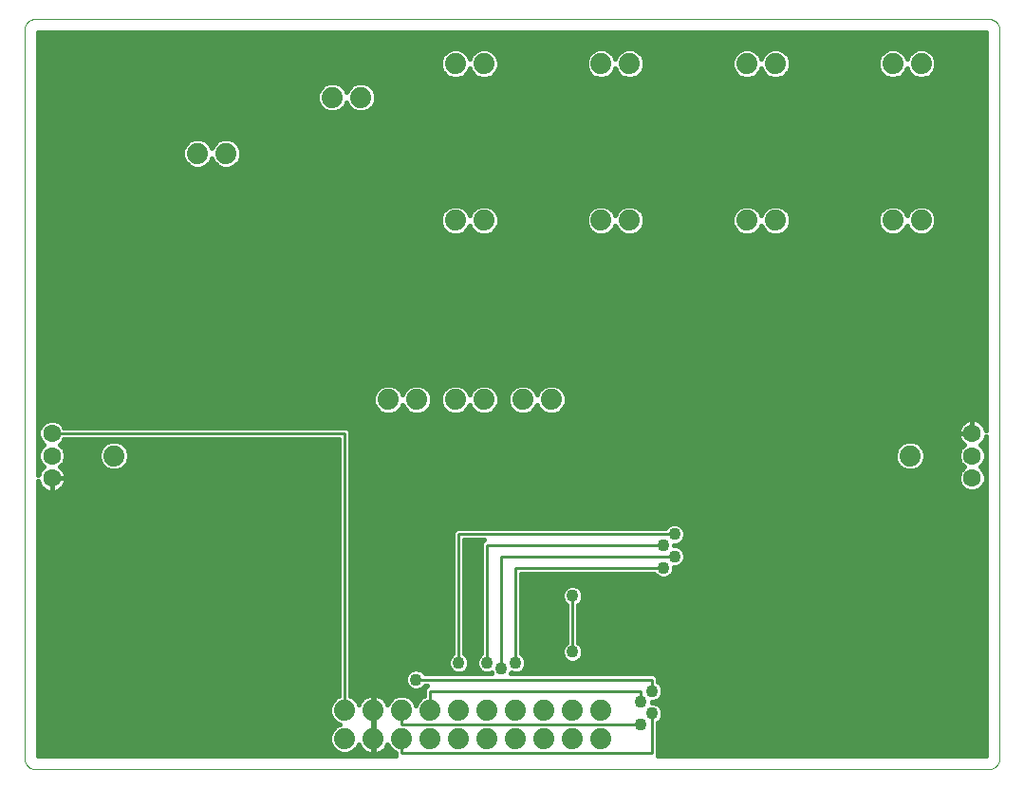
<source format=gbl>
G75*
%MOIN*%
%OFA0B0*%
%FSLAX25Y25*%
%IPPOS*%
%LPD*%
%AMOC8*
5,1,8,0,0,1.08239X$1,22.5*
%
%ADD10C,0.00000*%
%ADD11C,0.07400*%
%ADD12C,0.06299*%
%ADD13C,0.01600*%
%ADD14C,0.04356*%
%ADD15C,0.01000*%
D10*
X0005737Y0001800D02*
X0340383Y0001800D01*
X0340507Y0001802D01*
X0340630Y0001808D01*
X0340754Y0001817D01*
X0340876Y0001831D01*
X0340999Y0001848D01*
X0341121Y0001870D01*
X0341242Y0001895D01*
X0341362Y0001924D01*
X0341481Y0001956D01*
X0341600Y0001993D01*
X0341717Y0002033D01*
X0341832Y0002076D01*
X0341947Y0002124D01*
X0342059Y0002175D01*
X0342170Y0002229D01*
X0342280Y0002287D01*
X0342387Y0002348D01*
X0342493Y0002413D01*
X0342596Y0002481D01*
X0342697Y0002552D01*
X0342796Y0002626D01*
X0342893Y0002703D01*
X0342987Y0002784D01*
X0343078Y0002867D01*
X0343167Y0002953D01*
X0343253Y0003042D01*
X0343336Y0003133D01*
X0343417Y0003227D01*
X0343494Y0003324D01*
X0343568Y0003423D01*
X0343639Y0003524D01*
X0343707Y0003627D01*
X0343772Y0003733D01*
X0343833Y0003840D01*
X0343891Y0003950D01*
X0343945Y0004061D01*
X0343996Y0004173D01*
X0344044Y0004288D01*
X0344087Y0004403D01*
X0344127Y0004520D01*
X0344164Y0004639D01*
X0344196Y0004758D01*
X0344225Y0004878D01*
X0344250Y0004999D01*
X0344272Y0005121D01*
X0344289Y0005244D01*
X0344303Y0005366D01*
X0344312Y0005490D01*
X0344318Y0005613D01*
X0344320Y0005737D01*
X0344320Y0261643D01*
X0344318Y0261767D01*
X0344312Y0261890D01*
X0344303Y0262014D01*
X0344289Y0262136D01*
X0344272Y0262259D01*
X0344250Y0262381D01*
X0344225Y0262502D01*
X0344196Y0262622D01*
X0344164Y0262741D01*
X0344127Y0262860D01*
X0344087Y0262977D01*
X0344044Y0263092D01*
X0343996Y0263207D01*
X0343945Y0263319D01*
X0343891Y0263430D01*
X0343833Y0263540D01*
X0343772Y0263647D01*
X0343707Y0263753D01*
X0343639Y0263856D01*
X0343568Y0263957D01*
X0343494Y0264056D01*
X0343417Y0264153D01*
X0343336Y0264247D01*
X0343253Y0264338D01*
X0343167Y0264427D01*
X0343078Y0264513D01*
X0342987Y0264596D01*
X0342893Y0264677D01*
X0342796Y0264754D01*
X0342697Y0264828D01*
X0342596Y0264899D01*
X0342493Y0264967D01*
X0342387Y0265032D01*
X0342280Y0265093D01*
X0342170Y0265151D01*
X0342059Y0265205D01*
X0341947Y0265256D01*
X0341832Y0265304D01*
X0341717Y0265347D01*
X0341600Y0265387D01*
X0341481Y0265424D01*
X0341362Y0265456D01*
X0341242Y0265485D01*
X0341121Y0265510D01*
X0340999Y0265532D01*
X0340876Y0265549D01*
X0340754Y0265563D01*
X0340630Y0265572D01*
X0340507Y0265578D01*
X0340383Y0265580D01*
X0005737Y0265580D01*
X0005613Y0265578D01*
X0005490Y0265572D01*
X0005366Y0265563D01*
X0005244Y0265549D01*
X0005121Y0265532D01*
X0004999Y0265510D01*
X0004878Y0265485D01*
X0004758Y0265456D01*
X0004639Y0265424D01*
X0004520Y0265387D01*
X0004403Y0265347D01*
X0004288Y0265304D01*
X0004173Y0265256D01*
X0004061Y0265205D01*
X0003950Y0265151D01*
X0003840Y0265093D01*
X0003733Y0265032D01*
X0003627Y0264967D01*
X0003524Y0264899D01*
X0003423Y0264828D01*
X0003324Y0264754D01*
X0003227Y0264677D01*
X0003133Y0264596D01*
X0003042Y0264513D01*
X0002953Y0264427D01*
X0002867Y0264338D01*
X0002784Y0264247D01*
X0002703Y0264153D01*
X0002626Y0264056D01*
X0002552Y0263957D01*
X0002481Y0263856D01*
X0002413Y0263753D01*
X0002348Y0263647D01*
X0002287Y0263540D01*
X0002229Y0263430D01*
X0002175Y0263319D01*
X0002124Y0263207D01*
X0002076Y0263092D01*
X0002033Y0262977D01*
X0001993Y0262860D01*
X0001956Y0262741D01*
X0001924Y0262622D01*
X0001895Y0262502D01*
X0001870Y0262381D01*
X0001848Y0262259D01*
X0001831Y0262136D01*
X0001817Y0262014D01*
X0001808Y0261890D01*
X0001802Y0261767D01*
X0001800Y0261643D01*
X0001800Y0005737D01*
X0001802Y0005613D01*
X0001808Y0005490D01*
X0001817Y0005366D01*
X0001831Y0005244D01*
X0001848Y0005121D01*
X0001870Y0004999D01*
X0001895Y0004878D01*
X0001924Y0004758D01*
X0001956Y0004639D01*
X0001993Y0004520D01*
X0002033Y0004403D01*
X0002076Y0004288D01*
X0002124Y0004173D01*
X0002175Y0004061D01*
X0002229Y0003950D01*
X0002287Y0003840D01*
X0002348Y0003733D01*
X0002413Y0003627D01*
X0002481Y0003524D01*
X0002552Y0003423D01*
X0002626Y0003324D01*
X0002703Y0003227D01*
X0002784Y0003133D01*
X0002867Y0003042D01*
X0002953Y0002953D01*
X0003042Y0002867D01*
X0003133Y0002784D01*
X0003227Y0002703D01*
X0003324Y0002626D01*
X0003423Y0002552D01*
X0003524Y0002481D01*
X0003627Y0002413D01*
X0003733Y0002348D01*
X0003840Y0002287D01*
X0003950Y0002229D01*
X0004061Y0002175D01*
X0004173Y0002124D01*
X0004288Y0002076D01*
X0004403Y0002033D01*
X0004520Y0001993D01*
X0004639Y0001956D01*
X0004758Y0001924D01*
X0004878Y0001895D01*
X0004999Y0001870D01*
X0005121Y0001848D01*
X0005244Y0001831D01*
X0005366Y0001817D01*
X0005490Y0001808D01*
X0005613Y0001802D01*
X0005737Y0001800D01*
D11*
X0114280Y0012548D03*
X0124280Y0012548D03*
X0134280Y0012548D03*
X0144280Y0012548D03*
X0154280Y0012548D03*
X0164280Y0012548D03*
X0174280Y0012548D03*
X0184280Y0012548D03*
X0194280Y0012548D03*
X0204280Y0012548D03*
X0204280Y0022548D03*
X0194280Y0022548D03*
X0184280Y0022548D03*
X0174280Y0022548D03*
X0164280Y0022548D03*
X0154280Y0022548D03*
X0144280Y0022548D03*
X0134280Y0022548D03*
X0124280Y0022548D03*
X0114280Y0022548D03*
X0033296Y0112036D03*
X0129595Y0131721D03*
X0139595Y0131721D03*
X0153217Y0131721D03*
X0163217Y0131721D03*
X0176839Y0131721D03*
X0186839Y0131721D03*
X0204398Y0194713D03*
X0214398Y0194713D03*
X0255580Y0194713D03*
X0265580Y0194713D03*
X0306761Y0194713D03*
X0316761Y0194713D03*
X0316761Y0249831D03*
X0306761Y0249831D03*
X0265580Y0249831D03*
X0255580Y0249831D03*
X0214398Y0249831D03*
X0204398Y0249831D03*
X0163217Y0249831D03*
X0153217Y0249831D03*
X0119910Y0238020D03*
X0109910Y0238020D03*
X0072666Y0218335D03*
X0062666Y0218335D03*
X0153217Y0194713D03*
X0163217Y0194713D03*
X0312824Y0112036D03*
D12*
X0334674Y0112036D03*
X0334674Y0104162D03*
X0334674Y0119910D03*
X0011446Y0119910D03*
X0011446Y0112036D03*
X0011446Y0104162D03*
D13*
X0011446Y0104162D01*
X0016395Y0104162D01*
X0016395Y0103773D01*
X0016273Y0103003D01*
X0016033Y0102262D01*
X0015679Y0101568D01*
X0015221Y0100938D01*
X0014670Y0100387D01*
X0014040Y0099929D01*
X0013346Y0099575D01*
X0012605Y0099334D01*
X0011835Y0099213D01*
X0011446Y0099213D01*
X0011446Y0104162D01*
X0011446Y0104162D01*
X0016395Y0104162D01*
X0016395Y0104552D01*
X0016273Y0105321D01*
X0016033Y0106062D01*
X0015679Y0106756D01*
X0015221Y0107387D01*
X0014670Y0107938D01*
X0014319Y0108193D01*
X0015472Y0109346D01*
X0016195Y0111091D01*
X0016195Y0112981D01*
X0015472Y0114727D01*
X0014226Y0115973D01*
X0015472Y0117220D01*
X0015717Y0117810D01*
X0112180Y0117810D01*
X0112180Y0027415D01*
X0111278Y0027041D01*
X0109787Y0025550D01*
X0108980Y0023602D01*
X0108980Y0021494D01*
X0109787Y0019546D01*
X0111278Y0018055D01*
X0112502Y0017548D01*
X0111278Y0017041D01*
X0109787Y0015550D01*
X0108980Y0013602D01*
X0108980Y0011494D01*
X0109787Y0009546D01*
X0111278Y0008055D01*
X0113226Y0007248D01*
X0115335Y0007248D01*
X0117283Y0008055D01*
X0118773Y0009546D01*
X0119165Y0010492D01*
X0119183Y0010437D01*
X0119576Y0009665D01*
X0120085Y0008965D01*
X0120697Y0008353D01*
X0121398Y0007844D01*
X0122169Y0007451D01*
X0122992Y0007183D01*
X0123847Y0007048D01*
X0124080Y0007048D01*
X0124080Y0012348D01*
X0124480Y0012348D01*
X0124480Y0007048D01*
X0124713Y0007048D01*
X0125568Y0007183D01*
X0126392Y0007451D01*
X0127163Y0007844D01*
X0127863Y0008353D01*
X0128475Y0008965D01*
X0128984Y0009665D01*
X0129377Y0010437D01*
X0129395Y0010492D01*
X0129787Y0009546D01*
X0131278Y0008055D01*
X0132180Y0007681D01*
X0132180Y0006678D01*
X0132259Y0006600D01*
X0006600Y0006600D01*
X0006600Y0103117D01*
X0006618Y0103003D01*
X0006859Y0102262D01*
X0007212Y0101568D01*
X0007670Y0100938D01*
X0008221Y0100387D01*
X0008852Y0099929D01*
X0009546Y0099575D01*
X0010287Y0099334D01*
X0011056Y0099213D01*
X0011446Y0099213D01*
X0011446Y0104162D01*
X0011446Y0104105D02*
X0011446Y0104105D01*
X0011446Y0102506D02*
X0011446Y0102506D01*
X0011446Y0100908D02*
X0011446Y0100908D01*
X0011446Y0099309D02*
X0011446Y0099309D01*
X0012445Y0099309D02*
X0112180Y0099309D01*
X0112180Y0097711D02*
X0006600Y0097711D01*
X0006600Y0099309D02*
X0010446Y0099309D01*
X0007700Y0100908D02*
X0006600Y0100908D01*
X0006600Y0102506D02*
X0006779Y0102506D01*
X0006600Y0105208D02*
X0006600Y0260780D01*
X0339520Y0260780D01*
X0339520Y0120956D01*
X0339502Y0121069D01*
X0339261Y0121810D01*
X0338907Y0122504D01*
X0338449Y0123135D01*
X0337898Y0123686D01*
X0337268Y0124144D01*
X0336574Y0124497D01*
X0335833Y0124738D01*
X0335064Y0124860D01*
X0334674Y0124860D01*
X0334284Y0124860D01*
X0333515Y0124738D01*
X0332774Y0124497D01*
X0332080Y0124144D01*
X0331450Y0123686D01*
X0330899Y0123135D01*
X0330441Y0122504D01*
X0330087Y0121810D01*
X0329846Y0121069D01*
X0329724Y0120300D01*
X0329724Y0119910D01*
X0329724Y0119521D01*
X0329846Y0118751D01*
X0330087Y0118010D01*
X0330441Y0117316D01*
X0330899Y0116686D01*
X0331450Y0116135D01*
X0331801Y0115880D01*
X0330647Y0114727D01*
X0329924Y0112981D01*
X0329924Y0111091D01*
X0330647Y0109346D01*
X0331894Y0108099D01*
X0330647Y0106853D01*
X0329924Y0105107D01*
X0329924Y0103217D01*
X0330647Y0101472D01*
X0331984Y0100136D01*
X0333729Y0099413D01*
X0335619Y0099413D01*
X0337364Y0100136D01*
X0338701Y0101472D01*
X0339424Y0103217D01*
X0339424Y0105107D01*
X0338701Y0106853D01*
X0337454Y0108099D01*
X0338701Y0109346D01*
X0339424Y0111091D01*
X0339424Y0112981D01*
X0338701Y0114727D01*
X0337547Y0115880D01*
X0337898Y0116135D01*
X0338449Y0116686D01*
X0338907Y0117316D01*
X0339261Y0118010D01*
X0339502Y0118751D01*
X0339520Y0118865D01*
X0339520Y0006600D01*
X0224294Y0006600D01*
X0224372Y0006678D01*
X0224372Y0018266D01*
X0224412Y0018282D01*
X0225475Y0019345D01*
X0226050Y0020734D01*
X0226050Y0022237D01*
X0225475Y0023625D01*
X0224412Y0024688D01*
X0223024Y0025263D01*
X0222113Y0025263D01*
X0222113Y0025581D01*
X0223024Y0025581D01*
X0224412Y0026156D01*
X0225475Y0027219D01*
X0226050Y0028608D01*
X0226050Y0030111D01*
X0225475Y0031499D01*
X0224412Y0032562D01*
X0224372Y0032578D01*
X0224372Y0034166D01*
X0223142Y0035396D01*
X0172609Y0035396D01*
X0172753Y0035745D01*
X0173529Y0035424D01*
X0175032Y0035424D01*
X0176420Y0035999D01*
X0177483Y0037062D01*
X0178058Y0038450D01*
X0178058Y0039953D01*
X0177483Y0041342D01*
X0176420Y0042404D01*
X0176380Y0042421D01*
X0176380Y0070566D01*
X0222990Y0070566D01*
X0223007Y0070526D01*
X0224069Y0069463D01*
X0225458Y0068888D01*
X0226961Y0068888D01*
X0228349Y0069463D01*
X0229412Y0070526D01*
X0229987Y0071915D01*
X0229987Y0072825D01*
X0230898Y0072825D01*
X0232286Y0073400D01*
X0233349Y0074463D01*
X0233924Y0075852D01*
X0233924Y0077355D01*
X0233349Y0078743D01*
X0232286Y0079806D01*
X0230898Y0080381D01*
X0229987Y0080381D01*
X0229987Y0080699D01*
X0230898Y0080699D01*
X0232286Y0081274D01*
X0233349Y0082337D01*
X0233924Y0083726D01*
X0233924Y0085229D01*
X0233349Y0086617D01*
X0232286Y0087680D01*
X0230898Y0088255D01*
X0229395Y0088255D01*
X0228006Y0087680D01*
X0226944Y0086617D01*
X0226927Y0086577D01*
X0153410Y0086577D01*
X0152180Y0085347D01*
X0152180Y0042421D01*
X0152140Y0042404D01*
X0151078Y0041342D01*
X0150502Y0039953D01*
X0150502Y0038450D01*
X0151078Y0037062D01*
X0152140Y0035999D01*
X0153529Y0035424D01*
X0155032Y0035424D01*
X0156420Y0035999D01*
X0157483Y0037062D01*
X0158058Y0038450D01*
X0158058Y0039953D01*
X0157483Y0041342D01*
X0156420Y0042404D01*
X0156380Y0042421D01*
X0156380Y0082377D01*
X0163147Y0082377D01*
X0162180Y0081410D01*
X0162180Y0042421D01*
X0162140Y0042404D01*
X0161078Y0041342D01*
X0160502Y0039953D01*
X0160502Y0038450D01*
X0161078Y0037062D01*
X0162140Y0035999D01*
X0163529Y0035424D01*
X0165032Y0035424D01*
X0165807Y0035745D01*
X0165952Y0035396D01*
X0142500Y0035396D01*
X0142483Y0035436D01*
X0141420Y0036499D01*
X0140032Y0037074D01*
X0138529Y0037074D01*
X0137140Y0036499D01*
X0136078Y0035436D01*
X0135502Y0034048D01*
X0135502Y0032545D01*
X0136078Y0031156D01*
X0137140Y0030093D01*
X0138529Y0029518D01*
X0140032Y0029518D01*
X0141420Y0030093D01*
X0142483Y0031156D01*
X0142500Y0031196D01*
X0143147Y0031196D01*
X0142180Y0030229D01*
X0142180Y0027415D01*
X0141278Y0027041D01*
X0139787Y0025550D01*
X0139280Y0024326D01*
X0138773Y0025550D01*
X0137283Y0027041D01*
X0135335Y0027848D01*
X0133226Y0027848D01*
X0131278Y0027041D01*
X0129787Y0025550D01*
X0129395Y0024604D01*
X0129377Y0024659D01*
X0128984Y0025431D01*
X0128475Y0026131D01*
X0127863Y0026743D01*
X0127163Y0027252D01*
X0126392Y0027645D01*
X0125568Y0027913D01*
X0124713Y0028048D01*
X0124480Y0028048D01*
X0124480Y0022748D01*
X0124080Y0022748D01*
X0124080Y0028048D01*
X0123847Y0028048D01*
X0122992Y0027913D01*
X0122169Y0027645D01*
X0121398Y0027252D01*
X0120697Y0026743D01*
X0120085Y0026131D01*
X0119576Y0025431D01*
X0119183Y0024659D01*
X0119165Y0024604D01*
X0118773Y0025550D01*
X0117283Y0027041D01*
X0116380Y0027415D01*
X0116380Y0120780D01*
X0115150Y0122010D01*
X0015717Y0122010D01*
X0015472Y0122601D01*
X0014136Y0123937D01*
X0012390Y0124660D01*
X0010501Y0124660D01*
X0008755Y0123937D01*
X0007419Y0122601D01*
X0006696Y0120855D01*
X0006696Y0118965D01*
X0007419Y0117220D01*
X0008666Y0115973D01*
X0007419Y0114727D01*
X0006696Y0112981D01*
X0006696Y0111091D01*
X0007419Y0109346D01*
X0008572Y0108193D01*
X0008221Y0107938D01*
X0007670Y0107387D01*
X0007212Y0106756D01*
X0006859Y0106062D01*
X0006618Y0105321D01*
X0006600Y0105208D01*
X0006600Y0105703D02*
X0006742Y0105703D01*
X0006600Y0107302D02*
X0007609Y0107302D01*
X0007865Y0108900D02*
X0006600Y0108900D01*
X0006600Y0110499D02*
X0006942Y0110499D01*
X0006696Y0112097D02*
X0006600Y0112097D01*
X0006600Y0113696D02*
X0006992Y0113696D01*
X0006600Y0115294D02*
X0007987Y0115294D01*
X0007746Y0116893D02*
X0006600Y0116893D01*
X0006600Y0118491D02*
X0006892Y0118491D01*
X0006696Y0120090D02*
X0006600Y0120090D01*
X0006600Y0121688D02*
X0007041Y0121688D01*
X0006600Y0123287D02*
X0008105Y0123287D01*
X0006600Y0124885D02*
X0339520Y0124885D01*
X0339520Y0123287D02*
X0338297Y0123287D01*
X0339301Y0121688D02*
X0339520Y0121688D01*
X0339520Y0118491D02*
X0339417Y0118491D01*
X0339520Y0116893D02*
X0338600Y0116893D01*
X0338133Y0115294D02*
X0339520Y0115294D01*
X0339520Y0113696D02*
X0339128Y0113696D01*
X0339424Y0112097D02*
X0339520Y0112097D01*
X0339520Y0110499D02*
X0339178Y0110499D01*
X0339520Y0108900D02*
X0338255Y0108900D01*
X0338251Y0107302D02*
X0339520Y0107302D01*
X0339520Y0105703D02*
X0339177Y0105703D01*
X0339424Y0104105D02*
X0339520Y0104105D01*
X0339520Y0102506D02*
X0339129Y0102506D01*
X0339520Y0100908D02*
X0338136Y0100908D01*
X0339520Y0099309D02*
X0116380Y0099309D01*
X0116380Y0097711D02*
X0339520Y0097711D01*
X0339520Y0096112D02*
X0116380Y0096112D01*
X0116380Y0094514D02*
X0339520Y0094514D01*
X0339520Y0092915D02*
X0116380Y0092915D01*
X0116380Y0091317D02*
X0339520Y0091317D01*
X0339520Y0089718D02*
X0116380Y0089718D01*
X0116380Y0088120D02*
X0229068Y0088120D01*
X0231225Y0088120D02*
X0339520Y0088120D01*
X0339520Y0086521D02*
X0233389Y0086521D01*
X0233924Y0084923D02*
X0339520Y0084923D01*
X0339520Y0083324D02*
X0233758Y0083324D01*
X0232738Y0081726D02*
X0339520Y0081726D01*
X0339520Y0080127D02*
X0231511Y0080127D01*
X0233438Y0078529D02*
X0339520Y0078529D01*
X0339520Y0076930D02*
X0233924Y0076930D01*
X0233709Y0075332D02*
X0339520Y0075332D01*
X0339520Y0073733D02*
X0232619Y0073733D01*
X0229987Y0072134D02*
X0339520Y0072134D01*
X0339520Y0070536D02*
X0229416Y0070536D01*
X0227080Y0068937D02*
X0339520Y0068937D01*
X0339520Y0067339D02*
X0176380Y0067339D01*
X0176380Y0068937D02*
X0225339Y0068937D01*
X0223003Y0070536D02*
X0176380Y0070536D01*
X0176380Y0065740D02*
X0191854Y0065740D01*
X0192140Y0066026D02*
X0191078Y0064964D01*
X0190502Y0063575D01*
X0190502Y0062072D01*
X0191078Y0060684D01*
X0192140Y0059621D01*
X0192180Y0059604D01*
X0192180Y0046358D01*
X0192140Y0046341D01*
X0191078Y0045279D01*
X0190502Y0043890D01*
X0190502Y0042387D01*
X0191078Y0040999D01*
X0192140Y0039936D01*
X0193529Y0039361D01*
X0195032Y0039361D01*
X0196420Y0039936D01*
X0197483Y0040999D01*
X0198058Y0042387D01*
X0198058Y0043890D01*
X0197483Y0045279D01*
X0196420Y0046341D01*
X0196380Y0046358D01*
X0196380Y0059604D01*
X0196420Y0059621D01*
X0197483Y0060684D01*
X0198058Y0062072D01*
X0198058Y0063575D01*
X0197483Y0064964D01*
X0196420Y0066026D01*
X0195032Y0066602D01*
X0193529Y0066602D01*
X0192140Y0066026D01*
X0190737Y0064142D02*
X0176380Y0064142D01*
X0176380Y0062543D02*
X0190502Y0062543D01*
X0190969Y0060945D02*
X0176380Y0060945D01*
X0176380Y0059346D02*
X0192180Y0059346D01*
X0192180Y0057748D02*
X0176380Y0057748D01*
X0176380Y0056149D02*
X0192180Y0056149D01*
X0192180Y0054551D02*
X0176380Y0054551D01*
X0176380Y0052952D02*
X0192180Y0052952D01*
X0192180Y0051354D02*
X0176380Y0051354D01*
X0176380Y0049755D02*
X0192180Y0049755D01*
X0192180Y0048157D02*
X0176380Y0048157D01*
X0176380Y0046558D02*
X0192180Y0046558D01*
X0190945Y0044960D02*
X0176380Y0044960D01*
X0176380Y0043361D02*
X0190502Y0043361D01*
X0190761Y0041763D02*
X0177062Y0041763D01*
X0177971Y0040164D02*
X0191912Y0040164D01*
X0196649Y0040164D02*
X0339520Y0040164D01*
X0339520Y0038566D02*
X0178058Y0038566D01*
X0177389Y0036967D02*
X0339520Y0036967D01*
X0339520Y0035369D02*
X0223170Y0035369D01*
X0224372Y0033770D02*
X0339520Y0033770D01*
X0339520Y0032172D02*
X0224803Y0032172D01*
X0225859Y0030573D02*
X0339520Y0030573D01*
X0339520Y0028975D02*
X0226050Y0028975D01*
X0225540Y0027376D02*
X0339520Y0027376D01*
X0339520Y0025778D02*
X0223498Y0025778D01*
X0224921Y0024179D02*
X0339520Y0024179D01*
X0339520Y0022581D02*
X0225908Y0022581D01*
X0226050Y0020982D02*
X0339520Y0020982D01*
X0339520Y0019384D02*
X0225491Y0019384D01*
X0224372Y0017785D02*
X0339520Y0017785D01*
X0339520Y0016187D02*
X0224372Y0016187D01*
X0224372Y0014588D02*
X0339520Y0014588D01*
X0339520Y0012990D02*
X0224372Y0012990D01*
X0224372Y0011391D02*
X0339520Y0011391D01*
X0339520Y0009793D02*
X0224372Y0009793D01*
X0224372Y0008194D02*
X0339520Y0008194D01*
X0339520Y0041763D02*
X0197800Y0041763D01*
X0198058Y0043361D02*
X0339520Y0043361D01*
X0339520Y0044960D02*
X0197615Y0044960D01*
X0196380Y0046558D02*
X0339520Y0046558D01*
X0339520Y0048157D02*
X0196380Y0048157D01*
X0196380Y0049755D02*
X0339520Y0049755D01*
X0339520Y0051354D02*
X0196380Y0051354D01*
X0196380Y0052952D02*
X0339520Y0052952D01*
X0339520Y0054551D02*
X0196380Y0054551D01*
X0196380Y0056149D02*
X0339520Y0056149D01*
X0339520Y0057748D02*
X0196380Y0057748D01*
X0196380Y0059346D02*
X0339520Y0059346D01*
X0339520Y0060945D02*
X0197591Y0060945D01*
X0198058Y0062543D02*
X0339520Y0062543D01*
X0339520Y0064142D02*
X0197823Y0064142D01*
X0196706Y0065740D02*
X0339520Y0065740D01*
X0331212Y0100908D02*
X0116380Y0100908D01*
X0116380Y0102506D02*
X0330219Y0102506D01*
X0329924Y0104105D02*
X0116380Y0104105D01*
X0116380Y0105703D02*
X0330171Y0105703D01*
X0331097Y0107302D02*
X0315243Y0107302D01*
X0315826Y0107543D02*
X0317317Y0109034D01*
X0318124Y0110982D01*
X0318124Y0113090D01*
X0317317Y0115038D01*
X0315826Y0116529D01*
X0313878Y0117336D01*
X0311769Y0117336D01*
X0309821Y0116529D01*
X0308330Y0115038D01*
X0307524Y0113090D01*
X0307524Y0110982D01*
X0308330Y0109034D01*
X0309821Y0107543D01*
X0311769Y0106736D01*
X0313878Y0106736D01*
X0315826Y0107543D01*
X0317183Y0108900D02*
X0331093Y0108900D01*
X0330170Y0110499D02*
X0317923Y0110499D01*
X0318124Y0112097D02*
X0329924Y0112097D01*
X0330220Y0113696D02*
X0317873Y0113696D01*
X0317061Y0115294D02*
X0331215Y0115294D01*
X0330748Y0116893D02*
X0314948Y0116893D01*
X0310699Y0116893D02*
X0116380Y0116893D01*
X0116380Y0118491D02*
X0329931Y0118491D01*
X0329724Y0119910D02*
X0334674Y0119910D01*
X0334674Y0119910D01*
X0329724Y0119910D01*
X0329724Y0120090D02*
X0116380Y0120090D01*
X0115472Y0121688D02*
X0330047Y0121688D01*
X0331051Y0123287D02*
X0014786Y0123287D01*
X0015145Y0116893D02*
X0031171Y0116893D01*
X0030294Y0116529D02*
X0032242Y0117336D01*
X0034350Y0117336D01*
X0036298Y0116529D01*
X0037789Y0115038D01*
X0038596Y0113090D01*
X0038596Y0110982D01*
X0037789Y0109034D01*
X0036298Y0107543D01*
X0034350Y0106736D01*
X0032242Y0106736D01*
X0030294Y0107543D01*
X0028803Y0109034D01*
X0027996Y0110982D01*
X0027996Y0113090D01*
X0028803Y0115038D01*
X0030294Y0116529D01*
X0029059Y0115294D02*
X0014905Y0115294D01*
X0015899Y0113696D02*
X0028247Y0113696D01*
X0027996Y0112097D02*
X0016195Y0112097D01*
X0015950Y0110499D02*
X0028196Y0110499D01*
X0028937Y0108900D02*
X0015027Y0108900D01*
X0015283Y0107302D02*
X0030877Y0107302D01*
X0035716Y0107302D02*
X0112180Y0107302D01*
X0112180Y0108900D02*
X0037655Y0108900D01*
X0038396Y0110499D02*
X0112180Y0110499D01*
X0112180Y0112097D02*
X0038596Y0112097D01*
X0038345Y0113696D02*
X0112180Y0113696D01*
X0112180Y0115294D02*
X0037533Y0115294D01*
X0035421Y0116893D02*
X0112180Y0116893D01*
X0116380Y0115294D02*
X0308586Y0115294D01*
X0307774Y0113696D02*
X0116380Y0113696D01*
X0116380Y0112097D02*
X0307524Y0112097D01*
X0307724Y0110499D02*
X0116380Y0110499D01*
X0116380Y0108900D02*
X0308464Y0108900D01*
X0310404Y0107302D02*
X0116380Y0107302D01*
X0112180Y0105703D02*
X0016149Y0105703D01*
X0016395Y0104105D02*
X0112180Y0104105D01*
X0112180Y0102506D02*
X0016112Y0102506D01*
X0015191Y0100908D02*
X0112180Y0100908D01*
X0112180Y0096112D02*
X0006600Y0096112D01*
X0006600Y0094514D02*
X0112180Y0094514D01*
X0112180Y0092915D02*
X0006600Y0092915D01*
X0006600Y0091317D02*
X0112180Y0091317D01*
X0112180Y0089718D02*
X0006600Y0089718D01*
X0006600Y0088120D02*
X0112180Y0088120D01*
X0112180Y0086521D02*
X0006600Y0086521D01*
X0006600Y0084923D02*
X0112180Y0084923D01*
X0112180Y0083324D02*
X0006600Y0083324D01*
X0006600Y0081726D02*
X0112180Y0081726D01*
X0112180Y0080127D02*
X0006600Y0080127D01*
X0006600Y0078529D02*
X0112180Y0078529D01*
X0112180Y0076930D02*
X0006600Y0076930D01*
X0006600Y0075332D02*
X0112180Y0075332D01*
X0112180Y0073733D02*
X0006600Y0073733D01*
X0006600Y0072134D02*
X0112180Y0072134D01*
X0112180Y0070536D02*
X0006600Y0070536D01*
X0006600Y0068937D02*
X0112180Y0068937D01*
X0112180Y0067339D02*
X0006600Y0067339D01*
X0006600Y0065740D02*
X0112180Y0065740D01*
X0112180Y0064142D02*
X0006600Y0064142D01*
X0006600Y0062543D02*
X0112180Y0062543D01*
X0112180Y0060945D02*
X0006600Y0060945D01*
X0006600Y0059346D02*
X0112180Y0059346D01*
X0112180Y0057748D02*
X0006600Y0057748D01*
X0006600Y0056149D02*
X0112180Y0056149D01*
X0112180Y0054551D02*
X0006600Y0054551D01*
X0006600Y0052952D02*
X0112180Y0052952D01*
X0112180Y0051354D02*
X0006600Y0051354D01*
X0006600Y0049755D02*
X0112180Y0049755D01*
X0112180Y0048157D02*
X0006600Y0048157D01*
X0006600Y0046558D02*
X0112180Y0046558D01*
X0112180Y0044960D02*
X0006600Y0044960D01*
X0006600Y0043361D02*
X0112180Y0043361D01*
X0112180Y0041763D02*
X0006600Y0041763D01*
X0006600Y0040164D02*
X0112180Y0040164D01*
X0112180Y0038566D02*
X0006600Y0038566D01*
X0006600Y0036967D02*
X0112180Y0036967D01*
X0112180Y0035369D02*
X0006600Y0035369D01*
X0006600Y0033770D02*
X0112180Y0033770D01*
X0112180Y0032172D02*
X0006600Y0032172D01*
X0006600Y0030573D02*
X0112180Y0030573D01*
X0112180Y0028975D02*
X0006600Y0028975D01*
X0006600Y0027376D02*
X0112087Y0027376D01*
X0110015Y0025778D02*
X0006600Y0025778D01*
X0006600Y0024179D02*
X0109219Y0024179D01*
X0108980Y0022581D02*
X0006600Y0022581D01*
X0006600Y0020982D02*
X0109192Y0020982D01*
X0109949Y0019384D02*
X0006600Y0019384D01*
X0006600Y0017785D02*
X0111929Y0017785D01*
X0110424Y0016187D02*
X0006600Y0016187D01*
X0006600Y0014588D02*
X0109389Y0014588D01*
X0108980Y0012990D02*
X0006600Y0012990D01*
X0006600Y0011391D02*
X0109023Y0011391D01*
X0109685Y0009793D02*
X0006600Y0009793D01*
X0006600Y0008194D02*
X0111139Y0008194D01*
X0117422Y0008194D02*
X0120916Y0008194D01*
X0119511Y0009793D02*
X0118876Y0009793D01*
X0124080Y0009793D02*
X0124480Y0009793D01*
X0124480Y0011391D02*
X0124080Y0011391D01*
X0124080Y0012748D02*
X0124080Y0018048D01*
X0124080Y0022348D01*
X0124480Y0022348D01*
X0124480Y0012748D01*
X0124080Y0012748D01*
X0124080Y0012990D02*
X0124480Y0012990D01*
X0124480Y0014588D02*
X0124080Y0014588D01*
X0124080Y0016187D02*
X0124480Y0016187D01*
X0124480Y0017785D02*
X0124080Y0017785D01*
X0124080Y0019384D02*
X0124480Y0019384D01*
X0124480Y0020982D02*
X0124080Y0020982D01*
X0124080Y0024179D02*
X0124480Y0024179D01*
X0124480Y0025778D02*
X0124080Y0025778D01*
X0124080Y0027376D02*
X0124480Y0027376D01*
X0126919Y0027376D02*
X0132087Y0027376D01*
X0130015Y0025778D02*
X0128732Y0025778D01*
X0121641Y0027376D02*
X0116474Y0027376D01*
X0116380Y0028975D02*
X0142180Y0028975D01*
X0142087Y0027376D02*
X0136474Y0027376D01*
X0138546Y0025778D02*
X0140015Y0025778D01*
X0141900Y0030573D02*
X0142525Y0030573D01*
X0136660Y0030573D02*
X0116380Y0030573D01*
X0116380Y0032172D02*
X0135657Y0032172D01*
X0135502Y0033770D02*
X0116380Y0033770D01*
X0116380Y0035369D02*
X0136050Y0035369D01*
X0138271Y0036967D02*
X0116380Y0036967D01*
X0116380Y0038566D02*
X0150502Y0038566D01*
X0150590Y0040164D02*
X0116380Y0040164D01*
X0116380Y0041763D02*
X0151499Y0041763D01*
X0152180Y0043361D02*
X0116380Y0043361D01*
X0116380Y0044960D02*
X0152180Y0044960D01*
X0152180Y0046558D02*
X0116380Y0046558D01*
X0116380Y0048157D02*
X0152180Y0048157D01*
X0152180Y0049755D02*
X0116380Y0049755D01*
X0116380Y0051354D02*
X0152180Y0051354D01*
X0152180Y0052952D02*
X0116380Y0052952D01*
X0116380Y0054551D02*
X0152180Y0054551D01*
X0152180Y0056149D02*
X0116380Y0056149D01*
X0116380Y0057748D02*
X0152180Y0057748D01*
X0152180Y0059346D02*
X0116380Y0059346D01*
X0116380Y0060945D02*
X0152180Y0060945D01*
X0152180Y0062543D02*
X0116380Y0062543D01*
X0116380Y0064142D02*
X0152180Y0064142D01*
X0152180Y0065740D02*
X0116380Y0065740D01*
X0116380Y0067339D02*
X0152180Y0067339D01*
X0152180Y0068937D02*
X0116380Y0068937D01*
X0116380Y0070536D02*
X0152180Y0070536D01*
X0152180Y0072134D02*
X0116380Y0072134D01*
X0116380Y0073733D02*
X0152180Y0073733D01*
X0152180Y0075332D02*
X0116380Y0075332D01*
X0116380Y0076930D02*
X0152180Y0076930D01*
X0152180Y0078529D02*
X0116380Y0078529D01*
X0116380Y0080127D02*
X0152180Y0080127D01*
X0152180Y0081726D02*
X0116380Y0081726D01*
X0116380Y0083324D02*
X0152180Y0083324D01*
X0152180Y0084923D02*
X0116380Y0084923D01*
X0116380Y0086521D02*
X0153354Y0086521D01*
X0156380Y0081726D02*
X0162496Y0081726D01*
X0162180Y0080127D02*
X0156380Y0080127D01*
X0156380Y0078529D02*
X0162180Y0078529D01*
X0162180Y0076930D02*
X0156380Y0076930D01*
X0156380Y0075332D02*
X0162180Y0075332D01*
X0162180Y0073733D02*
X0156380Y0073733D01*
X0156380Y0072134D02*
X0162180Y0072134D01*
X0162180Y0070536D02*
X0156380Y0070536D01*
X0156380Y0068937D02*
X0162180Y0068937D01*
X0162180Y0067339D02*
X0156380Y0067339D01*
X0156380Y0065740D02*
X0162180Y0065740D01*
X0162180Y0064142D02*
X0156380Y0064142D01*
X0156380Y0062543D02*
X0162180Y0062543D01*
X0162180Y0060945D02*
X0156380Y0060945D01*
X0156380Y0059346D02*
X0162180Y0059346D01*
X0162180Y0057748D02*
X0156380Y0057748D01*
X0156380Y0056149D02*
X0162180Y0056149D01*
X0162180Y0054551D02*
X0156380Y0054551D01*
X0156380Y0052952D02*
X0162180Y0052952D01*
X0162180Y0051354D02*
X0156380Y0051354D01*
X0156380Y0049755D02*
X0162180Y0049755D01*
X0162180Y0048157D02*
X0156380Y0048157D01*
X0156380Y0046558D02*
X0162180Y0046558D01*
X0162180Y0044960D02*
X0156380Y0044960D01*
X0156380Y0043361D02*
X0162180Y0043361D01*
X0161499Y0041763D02*
X0157062Y0041763D01*
X0157971Y0040164D02*
X0160590Y0040164D01*
X0160502Y0038566D02*
X0158058Y0038566D01*
X0157389Y0036967D02*
X0161172Y0036967D01*
X0151172Y0036967D02*
X0140290Y0036967D01*
X0119828Y0025778D02*
X0118546Y0025778D01*
X0124080Y0008194D02*
X0124480Y0008194D01*
X0127645Y0008194D02*
X0131139Y0008194D01*
X0129685Y0009793D02*
X0129049Y0009793D01*
X0128541Y0126421D02*
X0126593Y0127228D01*
X0125102Y0128719D01*
X0124295Y0130667D01*
X0124295Y0132775D01*
X0125102Y0134723D01*
X0126593Y0136214D01*
X0128541Y0137021D01*
X0130650Y0137021D01*
X0132597Y0136214D01*
X0134088Y0134723D01*
X0134595Y0133500D01*
X0135102Y0134723D01*
X0136593Y0136214D01*
X0138541Y0137021D01*
X0140650Y0137021D01*
X0142597Y0136214D01*
X0144088Y0134723D01*
X0144895Y0132775D01*
X0144895Y0130667D01*
X0144088Y0128719D01*
X0142597Y0127228D01*
X0140650Y0126421D01*
X0138541Y0126421D01*
X0136593Y0127228D01*
X0135102Y0128719D01*
X0134595Y0129943D01*
X0134088Y0128719D01*
X0132597Y0127228D01*
X0130650Y0126421D01*
X0128541Y0126421D01*
X0128390Y0126484D02*
X0006600Y0126484D01*
X0006600Y0128082D02*
X0125739Y0128082D01*
X0124704Y0129681D02*
X0006600Y0129681D01*
X0006600Y0131279D02*
X0124295Y0131279D01*
X0124338Y0132878D02*
X0006600Y0132878D01*
X0006600Y0134476D02*
X0125000Y0134476D01*
X0126454Y0136075D02*
X0006600Y0136075D01*
X0006600Y0137673D02*
X0339520Y0137673D01*
X0339520Y0136075D02*
X0189981Y0136075D01*
X0189842Y0136214D02*
X0187894Y0137021D01*
X0185785Y0137021D01*
X0183837Y0136214D01*
X0182346Y0134723D01*
X0181839Y0133500D01*
X0181332Y0134723D01*
X0179842Y0136214D01*
X0177894Y0137021D01*
X0175785Y0137021D01*
X0173837Y0136214D01*
X0172346Y0134723D01*
X0171539Y0132775D01*
X0171539Y0130667D01*
X0172346Y0128719D01*
X0173837Y0127228D01*
X0175785Y0126421D01*
X0177894Y0126421D01*
X0179842Y0127228D01*
X0181332Y0128719D01*
X0181839Y0129943D01*
X0182346Y0128719D01*
X0183837Y0127228D01*
X0185785Y0126421D01*
X0187894Y0126421D01*
X0189842Y0127228D01*
X0191332Y0128719D01*
X0192139Y0130667D01*
X0192139Y0132775D01*
X0191332Y0134723D01*
X0189842Y0136214D01*
X0191435Y0134476D02*
X0339520Y0134476D01*
X0339520Y0132878D02*
X0192097Y0132878D01*
X0192139Y0131279D02*
X0339520Y0131279D01*
X0339520Y0129681D02*
X0191731Y0129681D01*
X0190696Y0128082D02*
X0339520Y0128082D01*
X0339520Y0126484D02*
X0188045Y0126484D01*
X0185634Y0126484D02*
X0178045Y0126484D01*
X0175634Y0126484D02*
X0164423Y0126484D01*
X0164272Y0126421D02*
X0166220Y0127228D01*
X0167710Y0128719D01*
X0168517Y0130667D01*
X0168517Y0132775D01*
X0167710Y0134723D01*
X0166220Y0136214D01*
X0164272Y0137021D01*
X0162163Y0137021D01*
X0160215Y0136214D01*
X0158724Y0134723D01*
X0158217Y0133500D01*
X0157710Y0134723D01*
X0156220Y0136214D01*
X0154272Y0137021D01*
X0152163Y0137021D01*
X0150215Y0136214D01*
X0148724Y0134723D01*
X0147917Y0132775D01*
X0147917Y0130667D01*
X0148724Y0128719D01*
X0150215Y0127228D01*
X0152163Y0126421D01*
X0154272Y0126421D01*
X0156220Y0127228D01*
X0157710Y0128719D01*
X0158217Y0129943D01*
X0158724Y0128719D01*
X0160215Y0127228D01*
X0162163Y0126421D01*
X0164272Y0126421D01*
X0162012Y0126484D02*
X0154423Y0126484D01*
X0152012Y0126484D02*
X0140801Y0126484D01*
X0138390Y0126484D02*
X0130801Y0126484D01*
X0133452Y0128082D02*
X0135739Y0128082D01*
X0134704Y0129681D02*
X0134487Y0129681D01*
X0134191Y0134476D02*
X0135000Y0134476D01*
X0136454Y0136075D02*
X0132737Y0136075D01*
X0142737Y0136075D02*
X0150076Y0136075D01*
X0148622Y0134476D02*
X0144191Y0134476D01*
X0144853Y0132878D02*
X0147960Y0132878D01*
X0147917Y0131279D02*
X0144895Y0131279D01*
X0144487Y0129681D02*
X0148326Y0129681D01*
X0149361Y0128082D02*
X0143452Y0128082D01*
X0157074Y0128082D02*
X0159361Y0128082D01*
X0158326Y0129681D02*
X0158109Y0129681D01*
X0157813Y0134476D02*
X0158622Y0134476D01*
X0160076Y0136075D02*
X0156359Y0136075D01*
X0166359Y0136075D02*
X0173698Y0136075D01*
X0172244Y0134476D02*
X0167813Y0134476D01*
X0168475Y0132878D02*
X0171582Y0132878D01*
X0171539Y0131279D02*
X0168517Y0131279D01*
X0168109Y0129681D02*
X0171948Y0129681D01*
X0172983Y0128082D02*
X0167074Y0128082D01*
X0179981Y0136075D02*
X0183698Y0136075D01*
X0182244Y0134476D02*
X0181435Y0134476D01*
X0181731Y0129681D02*
X0181948Y0129681D01*
X0182983Y0128082D02*
X0180696Y0128082D01*
X0164272Y0189413D02*
X0162163Y0189413D01*
X0160215Y0190220D01*
X0158724Y0191711D01*
X0158217Y0192935D01*
X0157710Y0191711D01*
X0156220Y0190220D01*
X0154272Y0189413D01*
X0152163Y0189413D01*
X0150215Y0190220D01*
X0148724Y0191711D01*
X0147917Y0193659D01*
X0147917Y0195768D01*
X0148724Y0197716D01*
X0150215Y0199206D01*
X0152163Y0200013D01*
X0154272Y0200013D01*
X0156220Y0199206D01*
X0157710Y0197716D01*
X0158217Y0196492D01*
X0158724Y0197716D01*
X0160215Y0199206D01*
X0162163Y0200013D01*
X0164272Y0200013D01*
X0166220Y0199206D01*
X0167710Y0197716D01*
X0168517Y0195768D01*
X0168517Y0193659D01*
X0167710Y0191711D01*
X0166220Y0190220D01*
X0164272Y0189413D01*
X0166424Y0190424D02*
X0201192Y0190424D01*
X0201396Y0190220D02*
X0203344Y0189413D01*
X0205453Y0189413D01*
X0207401Y0190220D01*
X0208892Y0191711D01*
X0209398Y0192935D01*
X0209905Y0191711D01*
X0211396Y0190220D01*
X0213344Y0189413D01*
X0215453Y0189413D01*
X0217401Y0190220D01*
X0218892Y0191711D01*
X0219698Y0193659D01*
X0219698Y0195768D01*
X0218892Y0197716D01*
X0217401Y0199206D01*
X0215453Y0200013D01*
X0213344Y0200013D01*
X0211396Y0199206D01*
X0209905Y0197716D01*
X0209398Y0196492D01*
X0208892Y0197716D01*
X0207401Y0199206D01*
X0205453Y0200013D01*
X0203344Y0200013D01*
X0201396Y0199206D01*
X0199905Y0197716D01*
X0199098Y0195768D01*
X0199098Y0193659D01*
X0199905Y0191711D01*
X0201396Y0190220D01*
X0199776Y0192023D02*
X0167840Y0192023D01*
X0168502Y0193621D02*
X0199114Y0193621D01*
X0199098Y0195220D02*
X0168517Y0195220D01*
X0168082Y0196818D02*
X0199534Y0196818D01*
X0200607Y0198417D02*
X0167009Y0198417D01*
X0159426Y0198417D02*
X0157009Y0198417D01*
X0158082Y0196818D02*
X0158353Y0196818D01*
X0158595Y0192023D02*
X0157840Y0192023D01*
X0156424Y0190424D02*
X0160011Y0190424D01*
X0150011Y0190424D02*
X0006600Y0190424D01*
X0006600Y0188826D02*
X0339520Y0188826D01*
X0339520Y0190424D02*
X0319967Y0190424D01*
X0319763Y0190220D02*
X0321254Y0191711D01*
X0322061Y0193659D01*
X0322061Y0195768D01*
X0321254Y0197716D01*
X0319763Y0199206D01*
X0317815Y0200013D01*
X0315706Y0200013D01*
X0313758Y0199206D01*
X0312268Y0197716D01*
X0311761Y0196492D01*
X0311254Y0197716D01*
X0309763Y0199206D01*
X0307815Y0200013D01*
X0305706Y0200013D01*
X0303758Y0199206D01*
X0302268Y0197716D01*
X0301461Y0195768D01*
X0301461Y0193659D01*
X0302268Y0191711D01*
X0303758Y0190220D01*
X0305706Y0189413D01*
X0307815Y0189413D01*
X0309763Y0190220D01*
X0311254Y0191711D01*
X0311761Y0192935D01*
X0312268Y0191711D01*
X0313758Y0190220D01*
X0315706Y0189413D01*
X0317815Y0189413D01*
X0319763Y0190220D01*
X0321383Y0192023D02*
X0339520Y0192023D01*
X0339520Y0193621D02*
X0322045Y0193621D01*
X0322061Y0195220D02*
X0339520Y0195220D01*
X0339520Y0196818D02*
X0321625Y0196818D01*
X0320552Y0198417D02*
X0339520Y0198417D01*
X0339520Y0200015D02*
X0006600Y0200015D01*
X0006600Y0198417D02*
X0149426Y0198417D01*
X0148353Y0196818D02*
X0006600Y0196818D01*
X0006600Y0195220D02*
X0147917Y0195220D01*
X0147933Y0193621D02*
X0006600Y0193621D01*
X0006600Y0192023D02*
X0148595Y0192023D01*
X0122912Y0233527D02*
X0120964Y0232720D01*
X0118856Y0232720D01*
X0116908Y0233527D01*
X0115417Y0235018D01*
X0114910Y0236242D01*
X0114403Y0235018D01*
X0112912Y0233527D01*
X0110964Y0232720D01*
X0108856Y0232720D01*
X0106908Y0233527D01*
X0105417Y0235018D01*
X0104610Y0236966D01*
X0104610Y0239075D01*
X0105417Y0241023D01*
X0106908Y0242514D01*
X0108856Y0243320D01*
X0110964Y0243320D01*
X0112912Y0242514D01*
X0114403Y0241023D01*
X0114910Y0239799D01*
X0115417Y0241023D01*
X0116908Y0242514D01*
X0118856Y0243320D01*
X0120964Y0243320D01*
X0122912Y0242514D01*
X0124403Y0241023D01*
X0125210Y0239075D01*
X0125210Y0236966D01*
X0124403Y0235018D01*
X0122912Y0233527D01*
X0122969Y0233584D02*
X0339520Y0233584D01*
X0339520Y0231986D02*
X0006600Y0231986D01*
X0006600Y0233584D02*
X0106851Y0233584D01*
X0105349Y0235183D02*
X0006600Y0235183D01*
X0006600Y0236781D02*
X0104687Y0236781D01*
X0104610Y0238380D02*
X0006600Y0238380D01*
X0006600Y0239978D02*
X0104984Y0239978D01*
X0105971Y0241577D02*
X0006600Y0241577D01*
X0006600Y0243175D02*
X0108505Y0243175D01*
X0111315Y0243175D02*
X0118505Y0243175D01*
X0121315Y0243175D02*
X0339520Y0243175D01*
X0339520Y0241577D02*
X0123849Y0241577D01*
X0124836Y0239978D02*
X0339520Y0239978D01*
X0339520Y0238380D02*
X0125210Y0238380D01*
X0125134Y0236781D02*
X0339520Y0236781D01*
X0339520Y0235183D02*
X0124471Y0235183D01*
X0116851Y0233584D02*
X0112969Y0233584D01*
X0114471Y0235183D02*
X0115349Y0235183D01*
X0114984Y0239978D02*
X0114836Y0239978D01*
X0113849Y0241577D02*
X0115971Y0241577D01*
X0147917Y0248777D02*
X0148724Y0246829D01*
X0150215Y0245338D01*
X0152163Y0244531D01*
X0154272Y0244531D01*
X0156220Y0245338D01*
X0157710Y0246829D01*
X0158217Y0248053D01*
X0158724Y0246829D01*
X0160215Y0245338D01*
X0162163Y0244531D01*
X0164272Y0244531D01*
X0166220Y0245338D01*
X0167710Y0246829D01*
X0168517Y0248777D01*
X0168517Y0250886D01*
X0167710Y0252834D01*
X0166220Y0254325D01*
X0164272Y0255131D01*
X0162163Y0255131D01*
X0160215Y0254325D01*
X0158724Y0252834D01*
X0158217Y0251610D01*
X0157710Y0252834D01*
X0156220Y0254325D01*
X0154272Y0255131D01*
X0152163Y0255131D01*
X0150215Y0254325D01*
X0148724Y0252834D01*
X0147917Y0250886D01*
X0147917Y0248777D01*
X0147917Y0249569D02*
X0006600Y0249569D01*
X0006600Y0247971D02*
X0148251Y0247971D01*
X0149181Y0246372D02*
X0006600Y0246372D01*
X0006600Y0244774D02*
X0151578Y0244774D01*
X0154856Y0244774D02*
X0161578Y0244774D01*
X0159181Y0246372D02*
X0157253Y0246372D01*
X0158183Y0247971D02*
X0158251Y0247971D01*
X0158696Y0252766D02*
X0157738Y0252766D01*
X0156123Y0254365D02*
X0160312Y0254365D01*
X0166123Y0254365D02*
X0201493Y0254365D01*
X0201396Y0254325D02*
X0199905Y0252834D01*
X0199098Y0250886D01*
X0199098Y0248777D01*
X0199905Y0246829D01*
X0201396Y0245338D01*
X0203344Y0244531D01*
X0205453Y0244531D01*
X0207401Y0245338D01*
X0208892Y0246829D01*
X0209398Y0248053D01*
X0209905Y0246829D01*
X0211396Y0245338D01*
X0213344Y0244531D01*
X0215453Y0244531D01*
X0217401Y0245338D01*
X0218892Y0246829D01*
X0219698Y0248777D01*
X0219698Y0250886D01*
X0218892Y0252834D01*
X0217401Y0254325D01*
X0215453Y0255131D01*
X0213344Y0255131D01*
X0211396Y0254325D01*
X0209905Y0252834D01*
X0209398Y0251610D01*
X0208892Y0252834D01*
X0207401Y0254325D01*
X0205453Y0255131D01*
X0203344Y0255131D01*
X0201396Y0254325D01*
X0199877Y0252766D02*
X0167738Y0252766D01*
X0168400Y0251168D02*
X0199215Y0251168D01*
X0199098Y0249569D02*
X0168517Y0249569D01*
X0168183Y0247971D02*
X0199432Y0247971D01*
X0200362Y0246372D02*
X0167253Y0246372D01*
X0164856Y0244774D02*
X0202759Y0244774D01*
X0206037Y0244774D02*
X0212759Y0244774D01*
X0210362Y0246372D02*
X0208434Y0246372D01*
X0209364Y0247971D02*
X0209433Y0247971D01*
X0209877Y0252766D02*
X0208919Y0252766D01*
X0207304Y0254365D02*
X0211493Y0254365D01*
X0217304Y0254365D02*
X0252674Y0254365D01*
X0252577Y0254325D02*
X0254525Y0255131D01*
X0256634Y0255131D01*
X0258582Y0254325D01*
X0260073Y0252834D01*
X0260580Y0251610D01*
X0261086Y0252834D01*
X0262577Y0254325D01*
X0264525Y0255131D01*
X0266634Y0255131D01*
X0268582Y0254325D01*
X0270073Y0252834D01*
X0270880Y0250886D01*
X0270880Y0248777D01*
X0270073Y0246829D01*
X0268582Y0245338D01*
X0266634Y0244531D01*
X0264525Y0244531D01*
X0262577Y0245338D01*
X0261086Y0246829D01*
X0260580Y0248053D01*
X0260073Y0246829D01*
X0258582Y0245338D01*
X0256634Y0244531D01*
X0254525Y0244531D01*
X0252577Y0245338D01*
X0251086Y0246829D01*
X0250280Y0248777D01*
X0250280Y0250886D01*
X0251086Y0252834D01*
X0252577Y0254325D01*
X0251058Y0252766D02*
X0218919Y0252766D01*
X0219582Y0251168D02*
X0250396Y0251168D01*
X0250280Y0249569D02*
X0219698Y0249569D01*
X0219364Y0247971D02*
X0250614Y0247971D01*
X0251543Y0246372D02*
X0218434Y0246372D01*
X0216037Y0244774D02*
X0253941Y0244774D01*
X0257219Y0244774D02*
X0263941Y0244774D01*
X0261543Y0246372D02*
X0259616Y0246372D01*
X0260545Y0247971D02*
X0260614Y0247971D01*
X0261058Y0252766D02*
X0260101Y0252766D01*
X0258485Y0254365D02*
X0262674Y0254365D01*
X0268485Y0254365D02*
X0303855Y0254365D01*
X0303758Y0254325D02*
X0302268Y0252834D01*
X0301461Y0250886D01*
X0301461Y0248777D01*
X0302268Y0246829D01*
X0303758Y0245338D01*
X0305706Y0244531D01*
X0307815Y0244531D01*
X0309763Y0245338D01*
X0311254Y0246829D01*
X0311761Y0248053D01*
X0312268Y0246829D01*
X0313758Y0245338D01*
X0315706Y0244531D01*
X0317815Y0244531D01*
X0319763Y0245338D01*
X0321254Y0246829D01*
X0322061Y0248777D01*
X0322061Y0250886D01*
X0321254Y0252834D01*
X0319763Y0254325D01*
X0317815Y0255131D01*
X0315706Y0255131D01*
X0313758Y0254325D01*
X0312268Y0252834D01*
X0311761Y0251610D01*
X0311254Y0252834D01*
X0309763Y0254325D01*
X0307815Y0255131D01*
X0305706Y0255131D01*
X0303758Y0254325D01*
X0302240Y0252766D02*
X0270101Y0252766D01*
X0270763Y0251168D02*
X0301577Y0251168D01*
X0301461Y0249569D02*
X0270880Y0249569D01*
X0270545Y0247971D02*
X0301795Y0247971D01*
X0302725Y0246372D02*
X0269616Y0246372D01*
X0267219Y0244774D02*
X0305122Y0244774D01*
X0308400Y0244774D02*
X0315122Y0244774D01*
X0312725Y0246372D02*
X0310797Y0246372D01*
X0311727Y0247971D02*
X0311795Y0247971D01*
X0318400Y0244774D02*
X0339520Y0244774D01*
X0339520Y0246372D02*
X0320797Y0246372D01*
X0321727Y0247971D02*
X0339520Y0247971D01*
X0339520Y0249569D02*
X0322061Y0249569D01*
X0321944Y0251168D02*
X0339520Y0251168D01*
X0339520Y0252766D02*
X0321282Y0252766D01*
X0319666Y0254365D02*
X0339520Y0254365D01*
X0339520Y0255963D02*
X0006600Y0255963D01*
X0006600Y0254365D02*
X0150312Y0254365D01*
X0148696Y0252766D02*
X0006600Y0252766D01*
X0006600Y0251168D02*
X0148034Y0251168D01*
X0208190Y0198417D02*
X0210607Y0198417D01*
X0209534Y0196818D02*
X0209263Y0196818D01*
X0209021Y0192023D02*
X0209776Y0192023D01*
X0211192Y0190424D02*
X0207605Y0190424D01*
X0217605Y0190424D02*
X0252373Y0190424D01*
X0252577Y0190220D02*
X0254525Y0189413D01*
X0256634Y0189413D01*
X0258582Y0190220D01*
X0260073Y0191711D01*
X0260580Y0192935D01*
X0261086Y0191711D01*
X0262577Y0190220D01*
X0264525Y0189413D01*
X0266634Y0189413D01*
X0268582Y0190220D01*
X0270073Y0191711D01*
X0270880Y0193659D01*
X0270880Y0195768D01*
X0270073Y0197716D01*
X0268582Y0199206D01*
X0266634Y0200013D01*
X0264525Y0200013D01*
X0262577Y0199206D01*
X0261086Y0197716D01*
X0260580Y0196492D01*
X0260073Y0197716D01*
X0258582Y0199206D01*
X0256634Y0200013D01*
X0254525Y0200013D01*
X0252577Y0199206D01*
X0251086Y0197716D01*
X0250280Y0195768D01*
X0250280Y0193659D01*
X0251086Y0191711D01*
X0252577Y0190220D01*
X0250957Y0192023D02*
X0219021Y0192023D01*
X0219683Y0193621D02*
X0250295Y0193621D01*
X0250280Y0195220D02*
X0219698Y0195220D01*
X0219263Y0196818D02*
X0250715Y0196818D01*
X0251788Y0198417D02*
X0218190Y0198417D01*
X0259371Y0198417D02*
X0261788Y0198417D01*
X0260715Y0196818D02*
X0260444Y0196818D01*
X0260202Y0192023D02*
X0260957Y0192023D01*
X0262373Y0190424D02*
X0258786Y0190424D01*
X0268786Y0190424D02*
X0303554Y0190424D01*
X0302138Y0192023D02*
X0270202Y0192023D01*
X0270864Y0193621D02*
X0301476Y0193621D01*
X0301461Y0195220D02*
X0270880Y0195220D01*
X0270444Y0196818D02*
X0301896Y0196818D01*
X0302969Y0198417D02*
X0269371Y0198417D01*
X0310552Y0198417D02*
X0312969Y0198417D01*
X0311896Y0196818D02*
X0311625Y0196818D01*
X0311383Y0192023D02*
X0312138Y0192023D01*
X0313554Y0190424D02*
X0309967Y0190424D01*
X0339520Y0187227D02*
X0006600Y0187227D01*
X0006600Y0185629D02*
X0339520Y0185629D01*
X0339520Y0184030D02*
X0006600Y0184030D01*
X0006600Y0182432D02*
X0339520Y0182432D01*
X0339520Y0180833D02*
X0006600Y0180833D01*
X0006600Y0179235D02*
X0339520Y0179235D01*
X0339520Y0177636D02*
X0006600Y0177636D01*
X0006600Y0176038D02*
X0339520Y0176038D01*
X0339520Y0174439D02*
X0006600Y0174439D01*
X0006600Y0172841D02*
X0339520Y0172841D01*
X0339520Y0171242D02*
X0006600Y0171242D01*
X0006600Y0169644D02*
X0339520Y0169644D01*
X0339520Y0168045D02*
X0006600Y0168045D01*
X0006600Y0166447D02*
X0339520Y0166447D01*
X0339520Y0164848D02*
X0006600Y0164848D01*
X0006600Y0163250D02*
X0339520Y0163250D01*
X0339520Y0161651D02*
X0006600Y0161651D01*
X0006600Y0160053D02*
X0339520Y0160053D01*
X0339520Y0158454D02*
X0006600Y0158454D01*
X0006600Y0156856D02*
X0339520Y0156856D01*
X0339520Y0155257D02*
X0006600Y0155257D01*
X0006600Y0153659D02*
X0339520Y0153659D01*
X0339520Y0152060D02*
X0006600Y0152060D01*
X0006600Y0150462D02*
X0339520Y0150462D01*
X0339520Y0148863D02*
X0006600Y0148863D01*
X0006600Y0147265D02*
X0339520Y0147265D01*
X0339520Y0145666D02*
X0006600Y0145666D01*
X0006600Y0144068D02*
X0339520Y0144068D01*
X0339520Y0142469D02*
X0006600Y0142469D01*
X0006600Y0140870D02*
X0339520Y0140870D01*
X0339520Y0139272D02*
X0006600Y0139272D01*
X0006600Y0201614D02*
X0339520Y0201614D01*
X0339520Y0203212D02*
X0006600Y0203212D01*
X0006600Y0204811D02*
X0339520Y0204811D01*
X0339520Y0206409D02*
X0006600Y0206409D01*
X0006600Y0208008D02*
X0339520Y0208008D01*
X0339520Y0209606D02*
X0006600Y0209606D01*
X0006600Y0211205D02*
X0339520Y0211205D01*
X0339520Y0212803D02*
X0006600Y0212803D01*
X0006600Y0214402D02*
X0059104Y0214402D01*
X0059664Y0213842D02*
X0061612Y0213035D01*
X0063720Y0213035D01*
X0065668Y0213842D01*
X0067159Y0215333D01*
X0067666Y0216557D01*
X0068173Y0215333D01*
X0069664Y0213842D01*
X0071612Y0213035D01*
X0073720Y0213035D01*
X0075668Y0213842D01*
X0077159Y0215333D01*
X0077966Y0217281D01*
X0077966Y0219390D01*
X0077159Y0221338D01*
X0075668Y0222829D01*
X0073720Y0223635D01*
X0071612Y0223635D01*
X0069664Y0222829D01*
X0068173Y0221338D01*
X0067666Y0220114D01*
X0067159Y0221338D01*
X0065668Y0222829D01*
X0063720Y0223635D01*
X0061612Y0223635D01*
X0059664Y0222829D01*
X0058173Y0221338D01*
X0057366Y0219390D01*
X0057366Y0217281D01*
X0058173Y0215333D01*
X0059664Y0213842D01*
X0057897Y0216001D02*
X0006600Y0216001D01*
X0006600Y0217599D02*
X0057366Y0217599D01*
X0057366Y0219198D02*
X0006600Y0219198D01*
X0006600Y0220796D02*
X0057949Y0220796D01*
X0059230Y0222395D02*
X0006600Y0222395D01*
X0006600Y0223993D02*
X0339520Y0223993D01*
X0339520Y0222395D02*
X0076102Y0222395D01*
X0077384Y0220796D02*
X0339520Y0220796D01*
X0339520Y0219198D02*
X0077966Y0219198D01*
X0077966Y0217599D02*
X0339520Y0217599D01*
X0339520Y0216001D02*
X0077436Y0216001D01*
X0076228Y0214402D02*
X0339520Y0214402D01*
X0339520Y0225592D02*
X0006600Y0225592D01*
X0006600Y0227190D02*
X0339520Y0227190D01*
X0339520Y0228789D02*
X0006600Y0228789D01*
X0006600Y0230387D02*
X0339520Y0230387D01*
X0312240Y0252766D02*
X0311282Y0252766D01*
X0309666Y0254365D02*
X0313855Y0254365D01*
X0339520Y0257562D02*
X0006600Y0257562D01*
X0006600Y0259160D02*
X0339520Y0259160D01*
X0339520Y0260759D02*
X0006600Y0260759D01*
X0066102Y0222395D02*
X0069230Y0222395D01*
X0067949Y0220796D02*
X0067384Y0220796D01*
X0067436Y0216001D02*
X0067897Y0216001D01*
X0069104Y0214402D02*
X0066228Y0214402D01*
X0334674Y0124860D02*
X0334674Y0119910D01*
X0334674Y0119910D01*
X0334674Y0124860D01*
X0334674Y0123287D02*
X0334674Y0123287D01*
X0334674Y0121688D02*
X0334674Y0121688D01*
X0334674Y0120090D02*
X0334674Y0120090D01*
D14*
X0230146Y0084477D03*
X0226209Y0080540D03*
X0230146Y0076603D03*
X0226209Y0072666D03*
X0194280Y0062824D03*
X0182902Y0049044D03*
X0194280Y0043139D03*
X0174280Y0039202D03*
X0169280Y0037233D03*
X0164280Y0039202D03*
X0154280Y0039202D03*
X0159280Y0049044D03*
X0139280Y0033296D03*
X0218335Y0025422D03*
X0222272Y0021485D03*
X0218335Y0017548D03*
X0222272Y0029359D03*
X0112036Y0139595D03*
X0088414Y0171091D03*
D15*
X0114280Y0119910D02*
X0011446Y0119910D01*
X0114280Y0119910D02*
X0114280Y0022548D01*
X0134280Y0022548D02*
X0134280Y0017548D01*
X0218335Y0017548D01*
X0222272Y0021485D02*
X0222272Y0007548D01*
X0134280Y0007548D01*
X0134280Y0012548D01*
X0144280Y0022548D02*
X0144280Y0029359D01*
X0218335Y0029359D01*
X0218335Y0025422D01*
X0222272Y0029359D02*
X0222272Y0033296D01*
X0139280Y0033296D01*
X0154280Y0039202D02*
X0154280Y0084477D01*
X0230146Y0084477D01*
X0226209Y0080540D02*
X0164280Y0080540D01*
X0164280Y0039202D01*
X0169280Y0037233D02*
X0169280Y0076603D01*
X0230146Y0076603D01*
X0226209Y0072666D02*
X0174280Y0072666D01*
X0174280Y0039202D01*
X0194280Y0043139D02*
X0194280Y0062824D01*
M02*

</source>
